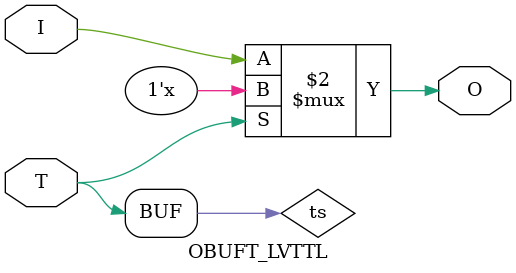
<source format=v>

/*

FUNCTION	: TRI-STATE OUTPUT BUFFER

*/

`celldefine
`timescale  100 ps / 10 ps

module OBUFT_LVTTL (O, I, T);

    output O;

    input  I, T;

    or O1 (ts, 1'b0, T);
    bufif0 T1 (O, I, ts);

endmodule

</source>
